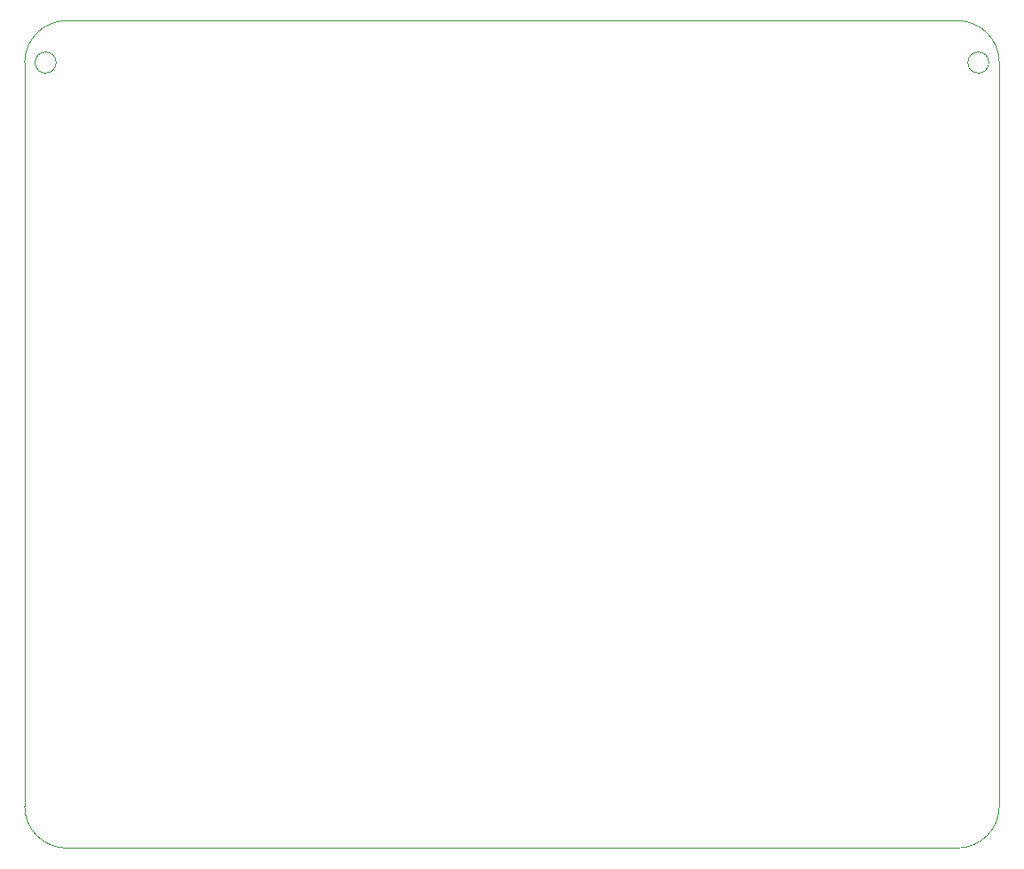
<source format=gbr>
G04 #@! TF.GenerationSoftware,KiCad,Pcbnew,(5.1.5-0-10_14)*
G04 #@! TF.CreationDate,2020-05-10T16:42:09+01:00*
G04 #@! TF.ProjectId,fft8051,66667438-3035-4312-9e6b-696361645f70,rev?*
G04 #@! TF.SameCoordinates,Original*
G04 #@! TF.FileFunction,Profile,NP*
%FSLAX46Y46*%
G04 Gerber Fmt 4.6, Leading zero omitted, Abs format (unit mm)*
G04 Created by KiCad (PCBNEW (5.1.5-0-10_14)) date 2020-05-10 16:42:09*
%MOMM*%
%LPD*%
G04 APERTURE LIST*
%ADD10C,0.050000*%
G04 APERTURE END LIST*
D10*
X130000000Y-103000000D02*
X131000000Y-103000000D01*
X131000000Y-182000000D02*
X130000000Y-182000000D01*
X45000000Y-107000000D02*
G75*
G03X45000000Y-107000000I-1000000J0D01*
G01*
X134000000Y-107000000D02*
G75*
G03X134000000Y-107000000I-1000000J0D01*
G01*
X46000000Y-103000000D02*
X130000000Y-103000000D01*
X42000000Y-107000000D02*
X42000000Y-178000000D01*
X130000000Y-182000000D02*
X46000000Y-182000000D01*
X135000000Y-107000000D02*
X135000000Y-178000000D01*
X131000000Y-103000000D02*
G75*
G02X135000000Y-107000000I0J-4000000D01*
G01*
X42000000Y-107000000D02*
G75*
G02X46000000Y-103000000I4000000J0D01*
G01*
X135000000Y-178000000D02*
G75*
G02X131000000Y-182000000I-4000000J0D01*
G01*
X46000000Y-182000000D02*
G75*
G02X42000000Y-178000000I0J4000000D01*
G01*
M02*

</source>
